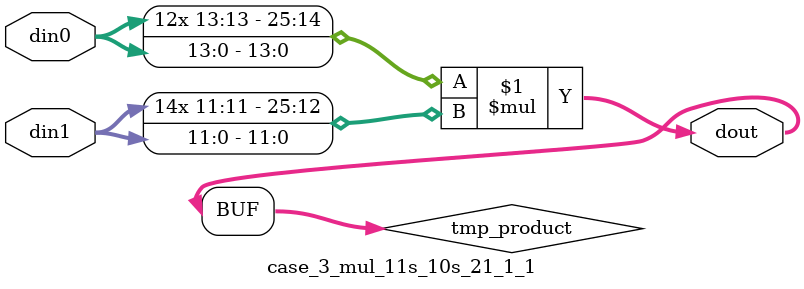
<source format=v>

`timescale 1 ns / 1 ps

 (* use_dsp = "no" *)  module case_3_mul_11s_10s_21_1_1(din0, din1, dout);
parameter ID = 1;
parameter NUM_STAGE = 0;
parameter din0_WIDTH = 14;
parameter din1_WIDTH = 12;
parameter dout_WIDTH = 26;

input [din0_WIDTH - 1 : 0] din0; 
input [din1_WIDTH - 1 : 0] din1; 
output [dout_WIDTH - 1 : 0] dout;

wire signed [dout_WIDTH - 1 : 0] tmp_product;



























assign tmp_product = $signed(din0) * $signed(din1);








assign dout = tmp_product;





















endmodule

</source>
